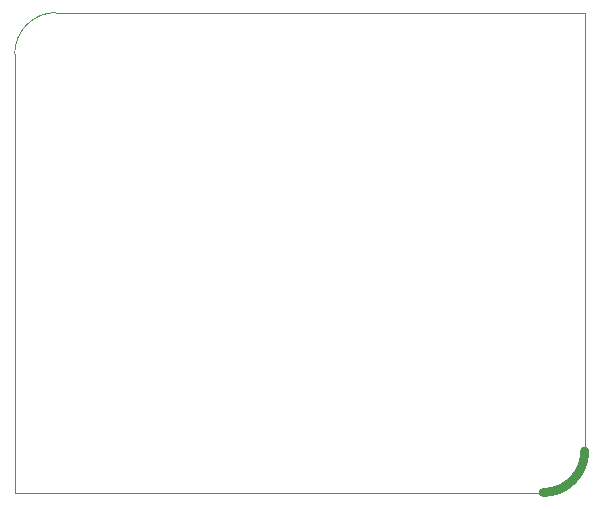
<source format=gm1>
G04 #@! TF.FileFunction,Profile,NP*
%FSLAX46Y46*%
G04 Gerber Fmt 4.6, Leading zero omitted, Abs format (unit mm)*
G04 Created by KiCad (PCBNEW 4.0.3-stable) date 04/12/17 00:36:20*
%MOMM*%
%LPD*%
G01*
G04 APERTURE LIST*
%ADD10C,0.100000*%
%ADD11C,0.050000*%
%ADD12C,0.740000*%
G04 APERTURE END LIST*
D10*
D11*
X116840000Y-111760000D02*
X161600000Y-111760000D01*
X116840000Y-74620000D02*
X116840000Y-111760000D01*
X165100000Y-71120000D02*
X120340000Y-71120000D01*
X165100000Y-108260000D02*
X165100000Y-71120000D01*
X120340000Y-71120000D02*
G75*
G03X116840000Y-74620000I0J-3500000D01*
G01*
D12*
X161600000Y-111760000D02*
G75*
G03X165100000Y-108260000I0J3500000D01*
G01*
M02*

</source>
